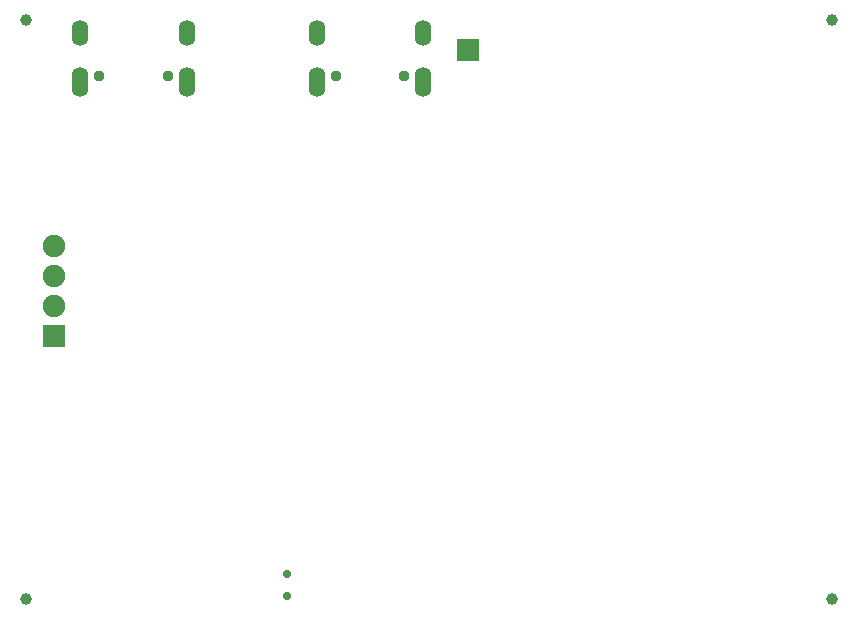
<source format=gbs>
G04*
G04 #@! TF.GenerationSoftware,Altium Limited,Altium Designer,23.8.1 (32)*
G04*
G04 Layer_Color=16711935*
%FSLAX44Y44*%
%MOMM*%
G71*
G04*
G04 #@! TF.SameCoordinates,D96BB530-8D29-4B5F-9446-CCACF09A0524*
G04*
G04*
G04 #@! TF.FilePolarity,Negative*
G04*
G01*
G75*
%ADD65C,1.0000*%
%ADD66C,1.9032*%
%ADD67R,1.9032X1.9032*%
%ADD68C,0.9532*%
%ADD69O,1.4032X2.2032*%
%ADD70O,1.4032X2.5032*%
%ADD71C,0.7000*%
D65*
X40300Y524400D02*
D03*
X722800D02*
D03*
Y34000D02*
D03*
X40300D02*
D03*
D66*
X64000Y333100D02*
D03*
Y307700D02*
D03*
Y282300D02*
D03*
D67*
Y256900D02*
D03*
X414000Y499000D02*
D03*
D68*
X360079Y476712D02*
D03*
X302279D02*
D03*
X159849D02*
D03*
X102049D02*
D03*
D69*
X376180Y513212D02*
D03*
X286179Y513212D02*
D03*
X175950Y513212D02*
D03*
X85949Y513212D02*
D03*
D70*
X286181Y471712D02*
D03*
X376181Y471712D02*
D03*
X85951Y471712D02*
D03*
X175951Y471712D02*
D03*
D71*
X261020Y37210D02*
D03*
Y55210D02*
D03*
M02*

</source>
